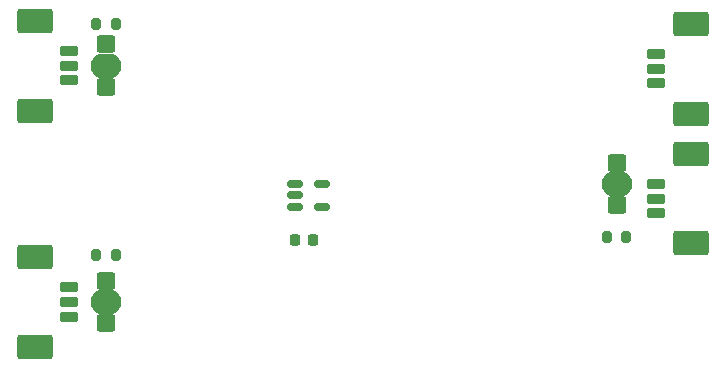
<source format=gbr>
%TF.GenerationSoftware,KiCad,Pcbnew,7.0.8*%
%TF.CreationDate,2024-03-12T17:39:57-04:00*%
%TF.ProjectId,ANDgate,414e4467-6174-4652-9e6b-696361645f70,rev?*%
%TF.SameCoordinates,Original*%
%TF.FileFunction,Soldermask,Top*%
%TF.FilePolarity,Negative*%
%FSLAX46Y46*%
G04 Gerber Fmt 4.6, Leading zero omitted, Abs format (unit mm)*
G04 Created by KiCad (PCBNEW 7.0.8) date 2024-03-12 17:39:57*
%MOMM*%
%LPD*%
G01*
G04 APERTURE LIST*
G04 Aperture macros list*
%AMRoundRect*
0 Rectangle with rounded corners*
0 $1 Rounding radius*
0 $2 $3 $4 $5 $6 $7 $8 $9 X,Y pos of 4 corners*
0 Add a 4 corners polygon primitive as box body*
4,1,4,$2,$3,$4,$5,$6,$7,$8,$9,$2,$3,0*
0 Add four circle primitives for the rounded corners*
1,1,$1+$1,$2,$3*
1,1,$1+$1,$4,$5*
1,1,$1+$1,$6,$7*
1,1,$1+$1,$8,$9*
0 Add four rect primitives between the rounded corners*
20,1,$1+$1,$2,$3,$4,$5,0*
20,1,$1+$1,$4,$5,$6,$7,0*
20,1,$1+$1,$6,$7,$8,$9,0*
20,1,$1+$1,$8,$9,$2,$3,0*%
G04 Aperture macros list end*
%ADD10RoundRect,0.200000X-0.600000X0.200000X-0.600000X-0.200000X0.600000X-0.200000X0.600000X0.200000X0*%
%ADD11RoundRect,0.250001X-1.249999X0.799999X-1.249999X-0.799999X1.249999X-0.799999X1.249999X0.799999X0*%
%ADD12O,2.600000X2.100000*%
%ADD13RoundRect,0.300000X0.500000X-0.450000X0.500000X0.450000X-0.500000X0.450000X-0.500000X-0.450000X0*%
%ADD14RoundRect,0.200000X0.600000X-0.200000X0.600000X0.200000X-0.600000X0.200000X-0.600000X-0.200000X0*%
%ADD15RoundRect,0.250001X1.249999X-0.799999X1.249999X0.799999X-1.249999X0.799999X-1.249999X-0.799999X0*%
%ADD16RoundRect,0.300000X-0.500000X0.450000X-0.500000X-0.450000X0.500000X-0.450000X0.500000X0.450000X0*%
%ADD17RoundRect,0.150000X-0.512500X-0.150000X0.512500X-0.150000X0.512500X0.150000X-0.512500X0.150000X0*%
%ADD18RoundRect,0.200000X-0.200000X-0.275000X0.200000X-0.275000X0.200000X0.275000X-0.200000X0.275000X0*%
%ADD19RoundRect,0.225000X0.225000X0.250000X-0.225000X0.250000X-0.225000X-0.250000X0.225000X-0.250000X0*%
G04 APERTURE END LIST*
D10*
%TO.C,J1*%
X123150000Y-93750000D03*
X123150000Y-95000000D03*
X123150000Y-96250000D03*
D11*
X120250000Y-98800000D03*
X120250000Y-91200000D03*
%TD*%
D12*
%TO.C,D2*%
X126250000Y-115000000D03*
D13*
X126250000Y-116800000D03*
X126250000Y-113200000D03*
%TD*%
D14*
%TO.C,J4*%
X172850000Y-96500000D03*
X172850000Y-95250000D03*
X172850000Y-94000000D03*
D15*
X175750000Y-91450000D03*
X175750000Y-99050000D03*
%TD*%
D12*
%TO.C,D3*%
X169500000Y-105000000D03*
D16*
X169500000Y-103200000D03*
X169500000Y-106800000D03*
%TD*%
D17*
%TO.C,U1*%
X142240000Y-105034000D03*
X142240000Y-105984000D03*
X142240000Y-106934000D03*
X144515000Y-106934000D03*
X144515000Y-105034000D03*
%TD*%
D12*
%TO.C,D1*%
X126250000Y-95000000D03*
D13*
X126250000Y-96800000D03*
X126250000Y-93200000D03*
%TD*%
D18*
%TO.C,R3*%
X168675000Y-109500000D03*
X170325000Y-109500000D03*
%TD*%
%TO.C,R1*%
X125425000Y-91500000D03*
X127075000Y-91500000D03*
%TD*%
D19*
%TO.C,C1*%
X143775000Y-109750000D03*
X142225000Y-109750000D03*
%TD*%
D14*
%TO.C,J3*%
X172850000Y-107500000D03*
X172850000Y-106250000D03*
X172850000Y-105000000D03*
D15*
X175750000Y-102450000D03*
X175750000Y-110050000D03*
%TD*%
D10*
%TO.C,J2*%
X123150000Y-113750000D03*
X123150000Y-115000000D03*
X123150000Y-116250000D03*
D11*
X120250000Y-111200000D03*
X120250000Y-118800000D03*
%TD*%
D18*
%TO.C,R2*%
X125425000Y-111000000D03*
X127075000Y-111000000D03*
%TD*%
M02*

</source>
